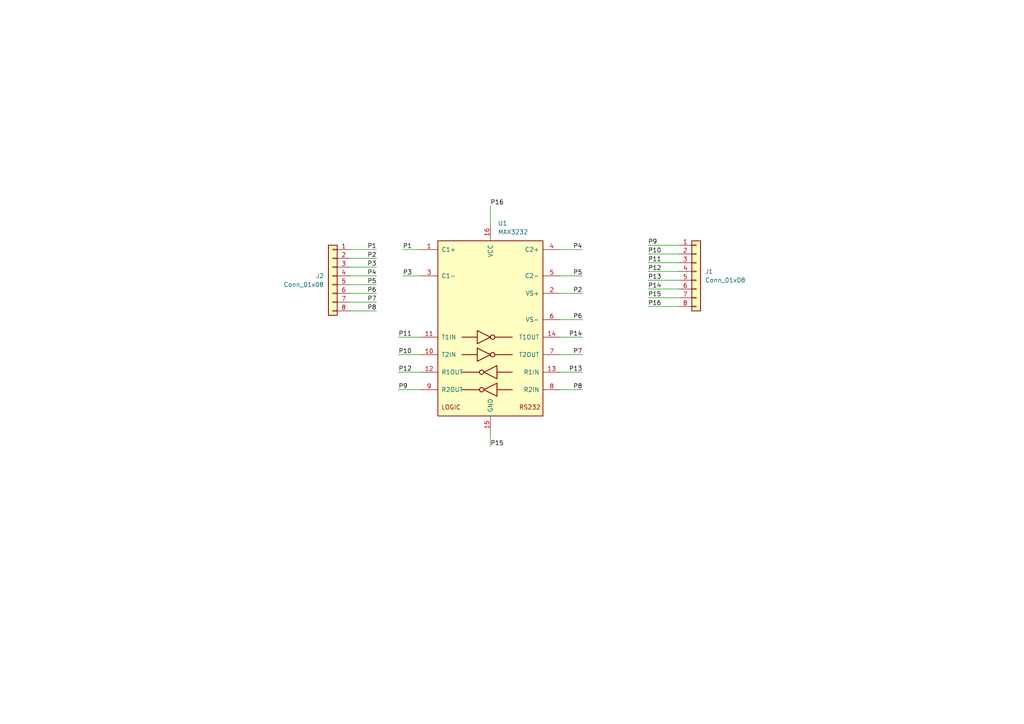
<source format=kicad_sch>
(kicad_sch
	(version 20250114)
	(generator "eeschema")
	(generator_version "9.0")
	(uuid "80af7f1f-81d4-4a2a-b52d-f431baa43b85")
	(paper "A4")
	(lib_symbols
		(symbol "Connector_Generic:Conn_01x08"
			(pin_names
				(offset 1.016)
				(hide yes)
			)
			(exclude_from_sim no)
			(in_bom yes)
			(on_board yes)
			(property "Reference" "J"
				(at 0 10.16 0)
				(effects
					(font
						(size 1.27 1.27)
					)
				)
			)
			(property "Value" "Conn_01x08"
				(at 0 -12.7 0)
				(effects
					(font
						(size 1.27 1.27)
					)
				)
			)
			(property "Footprint" ""
				(at 0 0 0)
				(effects
					(font
						(size 1.27 1.27)
					)
					(hide yes)
				)
			)
			(property "Datasheet" "~"
				(at 0 0 0)
				(effects
					(font
						(size 1.27 1.27)
					)
					(hide yes)
				)
			)
			(property "Description" "Generic connector, single row, 01x08, script generated (kicad-library-utils/schlib/autogen/connector/)"
				(at 0 0 0)
				(effects
					(font
						(size 1.27 1.27)
					)
					(hide yes)
				)
			)
			(property "ki_keywords" "connector"
				(at 0 0 0)
				(effects
					(font
						(size 1.27 1.27)
					)
					(hide yes)
				)
			)
			(property "ki_fp_filters" "Connector*:*_1x??_*"
				(at 0 0 0)
				(effects
					(font
						(size 1.27 1.27)
					)
					(hide yes)
				)
			)
			(symbol "Conn_01x08_1_1"
				(rectangle
					(start -1.27 8.89)
					(end 1.27 -11.43)
					(stroke
						(width 0.254)
						(type default)
					)
					(fill
						(type background)
					)
				)
				(rectangle
					(start -1.27 7.747)
					(end 0 7.493)
					(stroke
						(width 0.1524)
						(type default)
					)
					(fill
						(type none)
					)
				)
				(rectangle
					(start -1.27 5.207)
					(end 0 4.953)
					(stroke
						(width 0.1524)
						(type default)
					)
					(fill
						(type none)
					)
				)
				(rectangle
					(start -1.27 2.667)
					(end 0 2.413)
					(stroke
						(width 0.1524)
						(type default)
					)
					(fill
						(type none)
					)
				)
				(rectangle
					(start -1.27 0.127)
					(end 0 -0.127)
					(stroke
						(width 0.1524)
						(type default)
					)
					(fill
						(type none)
					)
				)
				(rectangle
					(start -1.27 -2.413)
					(end 0 -2.667)
					(stroke
						(width 0.1524)
						(type default)
					)
					(fill
						(type none)
					)
				)
				(rectangle
					(start -1.27 -4.953)
					(end 0 -5.207)
					(stroke
						(width 0.1524)
						(type default)
					)
					(fill
						(type none)
					)
				)
				(rectangle
					(start -1.27 -7.493)
					(end 0 -7.747)
					(stroke
						(width 0.1524)
						(type default)
					)
					(fill
						(type none)
					)
				)
				(rectangle
					(start -1.27 -10.033)
					(end 0 -10.287)
					(stroke
						(width 0.1524)
						(type default)
					)
					(fill
						(type none)
					)
				)
				(pin passive line
					(at -5.08 7.62 0)
					(length 3.81)
					(name "Pin_1"
						(effects
							(font
								(size 1.27 1.27)
							)
						)
					)
					(number "1"
						(effects
							(font
								(size 1.27 1.27)
							)
						)
					)
				)
				(pin passive line
					(at -5.08 5.08 0)
					(length 3.81)
					(name "Pin_2"
						(effects
							(font
								(size 1.27 1.27)
							)
						)
					)
					(number "2"
						(effects
							(font
								(size 1.27 1.27)
							)
						)
					)
				)
				(pin passive line
					(at -5.08 2.54 0)
					(length 3.81)
					(name "Pin_3"
						(effects
							(font
								(size 1.27 1.27)
							)
						)
					)
					(number "3"
						(effects
							(font
								(size 1.27 1.27)
							)
						)
					)
				)
				(pin passive line
					(at -5.08 0 0)
					(length 3.81)
					(name "Pin_4"
						(effects
							(font
								(size 1.27 1.27)
							)
						)
					)
					(number "4"
						(effects
							(font
								(size 1.27 1.27)
							)
						)
					)
				)
				(pin passive line
					(at -5.08 -2.54 0)
					(length 3.81)
					(name "Pin_5"
						(effects
							(font
								(size 1.27 1.27)
							)
						)
					)
					(number "5"
						(effects
							(font
								(size 1.27 1.27)
							)
						)
					)
				)
				(pin passive line
					(at -5.08 -5.08 0)
					(length 3.81)
					(name "Pin_6"
						(effects
							(font
								(size 1.27 1.27)
							)
						)
					)
					(number "6"
						(effects
							(font
								(size 1.27 1.27)
							)
						)
					)
				)
				(pin passive line
					(at -5.08 -7.62 0)
					(length 3.81)
					(name "Pin_7"
						(effects
							(font
								(size 1.27 1.27)
							)
						)
					)
					(number "7"
						(effects
							(font
								(size 1.27 1.27)
							)
						)
					)
				)
				(pin passive line
					(at -5.08 -10.16 0)
					(length 3.81)
					(name "Pin_8"
						(effects
							(font
								(size 1.27 1.27)
							)
						)
					)
					(number "8"
						(effects
							(font
								(size 1.27 1.27)
							)
						)
					)
				)
			)
			(embedded_fonts no)
		)
		(symbol "Interface_UART:MAX3232"
			(pin_names
				(offset 1.016)
			)
			(exclude_from_sim no)
			(in_bom yes)
			(on_board yes)
			(property "Reference" "U"
				(at -2.54 28.575 0)
				(effects
					(font
						(size 1.27 1.27)
					)
					(justify right)
				)
			)
			(property "Value" "MAX3232"
				(at -2.54 26.67 0)
				(effects
					(font
						(size 1.27 1.27)
					)
					(justify right)
				)
			)
			(property "Footprint" ""
				(at 1.27 -26.67 0)
				(effects
					(font
						(size 1.27 1.27)
					)
					(justify left)
					(hide yes)
				)
			)
			(property "Datasheet" "https://datasheets.maximintegrated.com/en/ds/MAX3222-MAX3241.pdf"
				(at 0 2.54 0)
				(effects
					(font
						(size 1.27 1.27)
					)
					(hide yes)
				)
			)
			(property "Description" "3.0V to 5.5V, Low-Power, up to 1Mbps, True RS-232 Transceivers Using Four 0.1μF External Capacitors"
				(at 0 0 0)
				(effects
					(font
						(size 1.27 1.27)
					)
					(hide yes)
				)
			)
			(property "ki_keywords" "rs232 uart transceiver line-driver"
				(at 0 0 0)
				(effects
					(font
						(size 1.27 1.27)
					)
					(hide yes)
				)
			)
			(property "ki_fp_filters" "SOIC*P1.27mm* DIP*W7.62mm* TSSOP*4.4x5mm*P0.65mm*"
				(at 0 0 0)
				(effects
					(font
						(size 1.27 1.27)
					)
					(hide yes)
				)
			)
			(symbol "MAX3232_0_0"
				(text "LOGIC"
					(at -11.43 -22.86 0)
					(effects
						(font
							(size 1.27 1.27)
						)
					)
				)
				(text "RS232"
					(at 11.43 -22.86 0)
					(effects
						(font
							(size 1.27 1.27)
						)
					)
				)
			)
			(symbol "MAX3232_0_1"
				(rectangle
					(start -15.24 -25.4)
					(end 15.24 25.4)
					(stroke
						(width 0.254)
						(type default)
					)
					(fill
						(type background)
					)
				)
				(polyline
					(pts
						(xy -3.81 -0.635) (xy -3.81 -4.445) (xy 0 -2.54) (xy -3.81 -0.635)
					)
					(stroke
						(width 0.254)
						(type default)
					)
					(fill
						(type none)
					)
				)
				(polyline
					(pts
						(xy -3.81 -2.54) (xy -8.255 -2.54)
					)
					(stroke
						(width 0.254)
						(type default)
					)
					(fill
						(type none)
					)
				)
				(polyline
					(pts
						(xy -3.81 -5.715) (xy -3.81 -9.525) (xy 0 -7.62) (xy -3.81 -5.715)
					)
					(stroke
						(width 0.254)
						(type default)
					)
					(fill
						(type none)
					)
				)
				(polyline
					(pts
						(xy -3.81 -7.62) (xy -8.255 -7.62)
					)
					(stroke
						(width 0.254)
						(type default)
					)
					(fill
						(type none)
					)
				)
				(polyline
					(pts
						(xy -3.175 -12.7) (xy -8.255 -12.7)
					)
					(stroke
						(width 0.254)
						(type default)
					)
					(fill
						(type none)
					)
				)
				(polyline
					(pts
						(xy -3.175 -17.78) (xy -8.255 -17.78)
					)
					(stroke
						(width 0.254)
						(type default)
					)
					(fill
						(type none)
					)
				)
				(circle
					(center -2.54 -12.7)
					(radius 0.635)
					(stroke
						(width 0.254)
						(type default)
					)
					(fill
						(type none)
					)
				)
				(circle
					(center -2.54 -17.78)
					(radius 0.635)
					(stroke
						(width 0.254)
						(type default)
					)
					(fill
						(type none)
					)
				)
				(circle
					(center 0.635 -2.54)
					(radius 0.635)
					(stroke
						(width 0.254)
						(type default)
					)
					(fill
						(type none)
					)
				)
				(circle
					(center 0.635 -7.62)
					(radius 0.635)
					(stroke
						(width 0.254)
						(type default)
					)
					(fill
						(type none)
					)
				)
				(polyline
					(pts
						(xy 1.27 -2.54) (xy 6.35 -2.54)
					)
					(stroke
						(width 0.254)
						(type default)
					)
					(fill
						(type none)
					)
				)
				(polyline
					(pts
						(xy 1.27 -7.62) (xy 6.35 -7.62)
					)
					(stroke
						(width 0.254)
						(type default)
					)
					(fill
						(type none)
					)
				)
				(polyline
					(pts
						(xy 1.905 -10.795) (xy 1.905 -14.605) (xy -1.905 -12.7) (xy 1.905 -10.795)
					)
					(stroke
						(width 0.254)
						(type default)
					)
					(fill
						(type none)
					)
				)
				(polyline
					(pts
						(xy 1.905 -12.7) (xy 6.35 -12.7)
					)
					(stroke
						(width 0.254)
						(type default)
					)
					(fill
						(type none)
					)
				)
				(polyline
					(pts
						(xy 1.905 -15.875) (xy 1.905 -19.685) (xy -1.905 -17.78) (xy 1.905 -15.875)
					)
					(stroke
						(width 0.254)
						(type default)
					)
					(fill
						(type none)
					)
				)
				(polyline
					(pts
						(xy 1.905 -17.78) (xy 6.35 -17.78)
					)
					(stroke
						(width 0.254)
						(type default)
					)
					(fill
						(type none)
					)
				)
			)
			(symbol "MAX3232_1_1"
				(pin passive line
					(at -20.32 22.86 0)
					(length 5.08)
					(name "C1+"
						(effects
							(font
								(size 1.27 1.27)
							)
						)
					)
					(number "1"
						(effects
							(font
								(size 1.27 1.27)
							)
						)
					)
				)
				(pin passive line
					(at -20.32 15.24 0)
					(length 5.08)
					(name "C1-"
						(effects
							(font
								(size 1.27 1.27)
							)
						)
					)
					(number "3"
						(effects
							(font
								(size 1.27 1.27)
							)
						)
					)
				)
				(pin input line
					(at -20.32 -2.54 0)
					(length 5.08)
					(name "T1IN"
						(effects
							(font
								(size 1.27 1.27)
							)
						)
					)
					(number "11"
						(effects
							(font
								(size 1.27 1.27)
							)
						)
					)
				)
				(pin input line
					(at -20.32 -7.62 0)
					(length 5.08)
					(name "T2IN"
						(effects
							(font
								(size 1.27 1.27)
							)
						)
					)
					(number "10"
						(effects
							(font
								(size 1.27 1.27)
							)
						)
					)
				)
				(pin output line
					(at -20.32 -12.7 0)
					(length 5.08)
					(name "R1OUT"
						(effects
							(font
								(size 1.27 1.27)
							)
						)
					)
					(number "12"
						(effects
							(font
								(size 1.27 1.27)
							)
						)
					)
				)
				(pin output line
					(at -20.32 -17.78 0)
					(length 5.08)
					(name "R2OUT"
						(effects
							(font
								(size 1.27 1.27)
							)
						)
					)
					(number "9"
						(effects
							(font
								(size 1.27 1.27)
							)
						)
					)
				)
				(pin power_in line
					(at 0 30.48 270)
					(length 5.08)
					(name "VCC"
						(effects
							(font
								(size 1.27 1.27)
							)
						)
					)
					(number "16"
						(effects
							(font
								(size 1.27 1.27)
							)
						)
					)
				)
				(pin power_in line
					(at 0 -30.48 90)
					(length 5.08)
					(name "GND"
						(effects
							(font
								(size 1.27 1.27)
							)
						)
					)
					(number "15"
						(effects
							(font
								(size 1.27 1.27)
							)
						)
					)
				)
				(pin passive line
					(at 20.32 22.86 180)
					(length 5.08)
					(name "C2+"
						(effects
							(font
								(size 1.27 1.27)
							)
						)
					)
					(number "4"
						(effects
							(font
								(size 1.27 1.27)
							)
						)
					)
				)
				(pin passive line
					(at 20.32 15.24 180)
					(length 5.08)
					(name "C2-"
						(effects
							(font
								(size 1.27 1.27)
							)
						)
					)
					(number "5"
						(effects
							(font
								(size 1.27 1.27)
							)
						)
					)
				)
				(pin power_out line
					(at 20.32 10.16 180)
					(length 5.08)
					(name "VS+"
						(effects
							(font
								(size 1.27 1.27)
							)
						)
					)
					(number "2"
						(effects
							(font
								(size 1.27 1.27)
							)
						)
					)
				)
				(pin power_out line
					(at 20.32 2.54 180)
					(length 5.08)
					(name "VS-"
						(effects
							(font
								(size 1.27 1.27)
							)
						)
					)
					(number "6"
						(effects
							(font
								(size 1.27 1.27)
							)
						)
					)
				)
				(pin output line
					(at 20.32 -2.54 180)
					(length 5.08)
					(name "T1OUT"
						(effects
							(font
								(size 1.27 1.27)
							)
						)
					)
					(number "14"
						(effects
							(font
								(size 1.27 1.27)
							)
						)
					)
				)
				(pin output line
					(at 20.32 -7.62 180)
					(length 5.08)
					(name "T2OUT"
						(effects
							(font
								(size 1.27 1.27)
							)
						)
					)
					(number "7"
						(effects
							(font
								(size 1.27 1.27)
							)
						)
					)
				)
				(pin input line
					(at 20.32 -12.7 180)
					(length 5.08)
					(name "R1IN"
						(effects
							(font
								(size 1.27 1.27)
							)
						)
					)
					(number "13"
						(effects
							(font
								(size 1.27 1.27)
							)
						)
					)
				)
				(pin input line
					(at 20.32 -17.78 180)
					(length 5.08)
					(name "R2IN"
						(effects
							(font
								(size 1.27 1.27)
							)
						)
					)
					(number "8"
						(effects
							(font
								(size 1.27 1.27)
							)
						)
					)
				)
			)
			(embedded_fonts no)
		)
	)
	(wire
		(pts
			(xy 115.57 97.79) (xy 121.92 97.79)
		)
		(stroke
			(width 0)
			(type default)
		)
		(uuid "03d7ace8-30ed-4176-82d9-a5cf9a527647")
	)
	(wire
		(pts
			(xy 187.96 71.12) (xy 196.85 71.12)
		)
		(stroke
			(width 0)
			(type default)
		)
		(uuid "05c9cf5c-38d8-4d87-b897-0e591a68ea10")
	)
	(wire
		(pts
			(xy 101.6 87.63) (xy 109.22 87.63)
		)
		(stroke
			(width 0)
			(type default)
		)
		(uuid "08337a8b-97a6-4576-9e7d-53e5bf4ead70")
	)
	(wire
		(pts
			(xy 162.56 85.09) (xy 168.91 85.09)
		)
		(stroke
			(width 0)
			(type default)
		)
		(uuid "1674300d-3273-44aa-8a28-61b54c7c8641")
	)
	(wire
		(pts
			(xy 116.84 80.01) (xy 121.92 80.01)
		)
		(stroke
			(width 0)
			(type default)
		)
		(uuid "26340489-2634-472f-8b6b-4dabc50b2c05")
	)
	(wire
		(pts
			(xy 101.6 80.01) (xy 109.22 80.01)
		)
		(stroke
			(width 0)
			(type default)
		)
		(uuid "2a34127a-4f46-435d-a735-24057ce3323f")
	)
	(wire
		(pts
			(xy 162.56 107.95) (xy 168.91 107.95)
		)
		(stroke
			(width 0)
			(type default)
		)
		(uuid "2b880e97-7b9c-42b5-ac75-a6e9211e1f2d")
	)
	(wire
		(pts
			(xy 187.96 78.74) (xy 196.85 78.74)
		)
		(stroke
			(width 0)
			(type default)
		)
		(uuid "4cedc523-5635-4901-916a-5444fda163cd")
	)
	(wire
		(pts
			(xy 162.56 102.87) (xy 168.91 102.87)
		)
		(stroke
			(width 0)
			(type default)
		)
		(uuid "65763eac-4408-4ea7-aa41-d10a0575de3a")
	)
	(wire
		(pts
			(xy 187.96 88.9) (xy 196.85 88.9)
		)
		(stroke
			(width 0)
			(type default)
		)
		(uuid "6c92483c-103d-4f49-ab42-f5f1f2b6896d")
	)
	(wire
		(pts
			(xy 142.24 125.73) (xy 142.24 129.54)
		)
		(stroke
			(width 0)
			(type default)
		)
		(uuid "72c7bc82-0d97-4a02-a5ec-0dd576243c5e")
	)
	(wire
		(pts
			(xy 162.56 92.71) (xy 168.91 92.71)
		)
		(stroke
			(width 0)
			(type default)
		)
		(uuid "76f3db8c-328d-4c05-8689-5961633f2653")
	)
	(wire
		(pts
			(xy 162.56 72.39) (xy 168.91 72.39)
		)
		(stroke
			(width 0)
			(type default)
		)
		(uuid "7c06e435-8051-46fd-b1f9-a3c4dc7da0bd")
	)
	(wire
		(pts
			(xy 142.24 59.69) (xy 142.24 64.77)
		)
		(stroke
			(width 0)
			(type default)
		)
		(uuid "7c33ea3d-71dd-4cd5-ac08-aa09a41c97bf")
	)
	(wire
		(pts
			(xy 101.6 85.09) (xy 109.22 85.09)
		)
		(stroke
			(width 0)
			(type default)
		)
		(uuid "7ca9c8a6-0845-4085-9d15-aeda28bedafb")
	)
	(wire
		(pts
			(xy 115.57 107.95) (xy 121.92 107.95)
		)
		(stroke
			(width 0)
			(type default)
		)
		(uuid "88a4b338-2938-4c37-b45c-ede02d35cb89")
	)
	(wire
		(pts
			(xy 187.96 73.66) (xy 196.85 73.66)
		)
		(stroke
			(width 0)
			(type default)
		)
		(uuid "9e89367f-7680-4666-b18f-174954ff8389")
	)
	(wire
		(pts
			(xy 101.6 77.47) (xy 109.22 77.47)
		)
		(stroke
			(width 0)
			(type default)
		)
		(uuid "9efecc5c-55d8-4e3a-931b-2f9adf9405df")
	)
	(wire
		(pts
			(xy 115.57 113.03) (xy 121.92 113.03)
		)
		(stroke
			(width 0)
			(type default)
		)
		(uuid "9f4705f3-4432-41e4-a04f-d99af4df6eaa")
	)
	(wire
		(pts
			(xy 101.6 72.39) (xy 109.22 72.39)
		)
		(stroke
			(width 0)
			(type default)
		)
		(uuid "a0a07ffe-ceed-498f-b667-d413ff5c8f22")
	)
	(wire
		(pts
			(xy 101.6 90.17) (xy 109.22 90.17)
		)
		(stroke
			(width 0)
			(type default)
		)
		(uuid "bfeede0d-02ae-45a1-91ed-031e10d49aab")
	)
	(wire
		(pts
			(xy 187.96 86.36) (xy 196.85 86.36)
		)
		(stroke
			(width 0)
			(type default)
		)
		(uuid "c9282c9d-90cb-4ddd-9e11-22cbeabc6074")
	)
	(wire
		(pts
			(xy 101.6 74.93) (xy 109.22 74.93)
		)
		(stroke
			(width 0)
			(type default)
		)
		(uuid "cc45f159-9242-4f8a-9095-af72285f8fb9")
	)
	(wire
		(pts
			(xy 187.96 83.82) (xy 196.85 83.82)
		)
		(stroke
			(width 0)
			(type default)
		)
		(uuid "cdebac80-21d1-457e-bed0-8b6dcdb1ca00")
	)
	(wire
		(pts
			(xy 101.6 82.55) (xy 109.22 82.55)
		)
		(stroke
			(width 0)
			(type default)
		)
		(uuid "d2cde87a-14c8-45e4-b8d7-b083f9b089cd")
	)
	(wire
		(pts
			(xy 187.96 81.28) (xy 196.85 81.28)
		)
		(stroke
			(width 0)
			(type default)
		)
		(uuid "d6360119-b1d5-4b60-aaa0-24b48d26f3db")
	)
	(wire
		(pts
			(xy 115.57 102.87) (xy 121.92 102.87)
		)
		(stroke
			(width 0)
			(type default)
		)
		(uuid "d82d41af-49f7-4dfe-a0b1-9a247cb01504")
	)
	(wire
		(pts
			(xy 162.56 80.01) (xy 168.91 80.01)
		)
		(stroke
			(width 0)
			(type default)
		)
		(uuid "d8bd71ba-4d66-4ecb-921a-e497612ab618")
	)
	(wire
		(pts
			(xy 116.84 72.39) (xy 121.92 72.39)
		)
		(stroke
			(width 0)
			(type default)
		)
		(uuid "e0734daf-0ae9-4fb4-8900-9fdd27dca235")
	)
	(wire
		(pts
			(xy 162.56 97.79) (xy 168.91 97.79)
		)
		(stroke
			(width 0)
			(type default)
		)
		(uuid "efce76af-5d43-4c3b-b7af-055e9ff028c7")
	)
	(wire
		(pts
			(xy 187.96 76.2) (xy 196.85 76.2)
		)
		(stroke
			(width 0)
			(type default)
		)
		(uuid "f73a60ec-f2e1-4617-af82-d00041cf62ca")
	)
	(wire
		(pts
			(xy 162.56 113.03) (xy 168.91 113.03)
		)
		(stroke
			(width 0)
			(type default)
		)
		(uuid "fadba364-5506-4037-9f8b-d3407b1ff867")
	)
	(label "P7"
		(at 109.22 87.63 180)
		(effects
			(font
				(size 1.27 1.27)
			)
			(justify right bottom)
		)
		(uuid "07f7163e-a563-4f19-a5c8-3584dfaa1a3e")
	)
	(label "P16"
		(at 187.96 88.9 0)
		(effects
			(font
				(size 1.27 1.27)
			)
			(justify left bottom)
		)
		(uuid "0c8655f1-a2cd-41f6-a077-c13b1dffa85d")
	)
	(label "P8"
		(at 168.91 113.03 180)
		(effects
			(font
				(size 1.27 1.27)
			)
			(justify right bottom)
		)
		(uuid "139c5d84-25f6-4067-87a1-0ed833b4b7a0")
	)
	(label "P2"
		(at 109.22 74.93 180)
		(effects
			(font
				(size 1.27 1.27)
			)
			(justify right bottom)
		)
		(uuid "2da239cf-a180-4a8a-a552-f622e8a533c0")
	)
	(label "P15"
		(at 142.24 129.54 0)
		(effects
			(font
				(size 1.27 1.27)
			)
			(justify left bottom)
		)
		(uuid "2f99a297-9de5-4666-8fc8-bf19b25bd1b4")
	)
	(label "P10"
		(at 115.57 102.87 0)
		(effects
			(font
				(size 1.27 1.27)
			)
			(justify left bottom)
		)
		(uuid "4dbab35e-c48d-4dbe-bf86-4fea20a2d115")
	)
	(label "P8"
		(at 109.22 90.17 180)
		(effects
			(font
				(size 1.27 1.27)
			)
			(justify right bottom)
		)
		(uuid "4dbdab8d-bd5e-408c-b8cc-9c516217f8db")
	)
	(label "P1"
		(at 109.22 72.39 180)
		(effects
			(font
				(size 1.27 1.27)
			)
			(justify right bottom)
		)
		(uuid "61c0af65-87ce-4ec8-8639-6125f87d2f28")
	)
	(label "P4"
		(at 168.91 72.39 180)
		(effects
			(font
				(size 1.27 1.27)
			)
			(justify right bottom)
		)
		(uuid "61e6b46f-fd89-43bd-bb24-9e9f719ed318")
	)
	(label "P13"
		(at 187.96 81.28 0)
		(effects
			(font
				(size 1.27 1.27)
			)
			(justify left bottom)
		)
		(uuid "64f9a489-6dd2-4ad8-9e86-d67e5fac8fb8")
	)
	(label "P16"
		(at 142.24 59.69 0)
		(effects
			(font
				(size 1.27 1.27)
			)
			(justify left bottom)
		)
		(uuid "70f203a1-ca3e-4fc0-80ba-bcae824a36d1")
	)
	(label "P7"
		(at 168.91 102.87 180)
		(effects
			(font
				(size 1.27 1.27)
			)
			(justify right bottom)
		)
		(uuid "72a7d286-7f77-4c43-adf2-6def18db25b9")
	)
	(label "P12"
		(at 115.57 107.95 0)
		(effects
			(font
				(size 1.27 1.27)
			)
			(justify left bottom)
		)
		(uuid "76ff203e-4fbd-4317-86d3-23f5c798720f")
	)
	(label "P4"
		(at 109.22 80.01 180)
		(effects
			(font
				(size 1.27 1.27)
			)
			(justify right bottom)
		)
		(uuid "7e6e09c4-9a16-439d-a901-4ee91157a2c4")
	)
	(label "P1"
		(at 116.84 72.39 0)
		(effects
			(font
				(size 1.27 1.27)
			)
			(justify left bottom)
		)
		(uuid "818a728a-5350-4791-839b-fc497d393dac")
	)
	(label "P14"
		(at 168.91 97.79 180)
		(effects
			(font
				(size 1.27 1.27)
			)
			(justify right bottom)
		)
		(uuid "8f8e521a-316b-460f-b7cd-42f0ca3e737c")
	)
	(label "P9"
		(at 187.96 71.12 0)
		(effects
			(font
				(size 1.27 1.27)
			)
			(justify left bottom)
		)
		(uuid "a181f446-5469-4706-bf0d-3908f2fc5b22")
	)
	(label "P2"
		(at 168.91 85.09 180)
		(effects
			(font
				(size 1.27 1.27)
			)
			(justify right bottom)
		)
		(uuid "abffeb72-d138-45fa-a5b4-021a2ed851ed")
	)
	(label "P15"
		(at 187.96 86.36 0)
		(effects
			(font
				(size 1.27 1.27)
			)
			(justify left bottom)
		)
		(uuid "ad841648-3714-4d53-8547-011db56bce6b")
	)
	(label "P3"
		(at 109.22 77.47 180)
		(effects
			(font
				(size 1.27 1.27)
			)
			(justify right bottom)
		)
		(uuid "b125588c-6591-494d-9611-a707e0386fb3")
	)
	(label "P6"
		(at 168.91 92.71 180)
		(effects
			(font
				(size 1.27 1.27)
			)
			(justify right bottom)
		)
		(uuid "b4383ed3-e8c5-4aff-ae01-00a7bc18c3ae")
	)
	(label "P5"
		(at 168.91 80.01 180)
		(effects
			(font
				(size 1.27 1.27)
			)
			(justify right bottom)
		)
		(uuid "bb2b5c40-4fe2-4013-a9f5-ad38a89dcd64")
	)
	(label "P14"
		(at 187.96 83.82 0)
		(effects
			(font
				(size 1.27 1.27)
			)
			(justify left bottom)
		)
		(uuid "bdde8294-7a45-41b3-ab90-1c8f2a5c35a5")
	)
	(label "P9"
		(at 115.57 113.03 0)
		(effects
			(font
				(size 1.27 1.27)
			)
			(justify left bottom)
		)
		(uuid "bf9e7ef3-4fa9-405e-b22b-f2c9589fd1c6")
	)
	(label "P3"
		(at 116.84 80.01 0)
		(effects
			(font
				(size 1.27 1.27)
			)
			(justify left bottom)
		)
		(uuid "bfa0caf0-ffa5-459f-978b-68592988e08f")
	)
	(label "P10"
		(at 187.96 73.66 0)
		(effects
			(font
				(size 1.27 1.27)
			)
			(justify left bottom)
		)
		(uuid "c524fa1f-c701-4fa8-861e-f04841e71cc9")
	)
	(label "P6"
		(at 109.22 85.09 180)
		(effects
			(font
				(size 1.27 1.27)
			)
			(justify right bottom)
		)
		(uuid "ca010556-1124-4480-ab92-4f0452967608")
	)
	(label "P11"
		(at 187.96 76.2 0)
		(effects
			(font
				(size 1.27 1.27)
			)
			(justify left bottom)
		)
		(uuid "d0391da6-0c2d-430b-ab39-20d89d27dbe6")
	)
	(label "P12"
		(at 187.96 78.74 0)
		(effects
			(font
				(size 1.27 1.27)
			)
			(justify left bottom)
		)
		(uuid "dad91a85-6905-43a3-8322-dd4c2d7cee83")
	)
	(label "P11"
		(at 115.57 97.79 0)
		(effects
			(font
				(size 1.27 1.27)
			)
			(justify left bottom)
		)
		(uuid "eabf350e-2c1e-4eb9-9072-69abe1353d0f")
	)
	(label "P5"
		(at 109.22 82.55 180)
		(effects
			(font
				(size 1.27 1.27)
			)
			(justify right bottom)
		)
		(uuid "f85ea3af-9c3c-485a-988b-455e45023110")
	)
	(label "P13"
		(at 168.91 107.95 180)
		(effects
			(font
				(size 1.27 1.27)
			)
			(justify right bottom)
		)
		(uuid "ff24ac18-2f00-4fac-bc85-727cebe61354")
	)
	(symbol
		(lib_id "Connector_Generic:Conn_01x08")
		(at 96.52 80.01 0)
		(mirror y)
		(unit 1)
		(exclude_from_sim no)
		(in_bom yes)
		(on_board yes)
		(dnp no)
		(uuid "334ea070-a5cb-451e-9ba7-e90ceedf5dc3")
		(property "Reference" "J2"
			(at 93.98 80.0099 0)
			(effects
				(font
					(size 1.27 1.27)
				)
				(justify left)
			)
		)
		(property "Value" "Conn_01x08"
			(at 93.98 82.5499 0)
			(effects
				(font
					(size 1.27 1.27)
				)
				(justify left)
			)
		)
		(property "Footprint" "Connector_PinHeader_2.54mm:PinHeader_1x08_P2.54mm_Vertical"
			(at 96.52 80.01 0)
			(effects
				(font
					(size 1.27 1.27)
				)
				(hide yes)
			)
		)
		(property "Datasheet" "~"
			(at 96.52 80.01 0)
			(effects
				(font
					(size 1.27 1.27)
				)
				(hide yes)
			)
		)
		(property "Description" "Generic connector, single row, 01x08, script generated (kicad-library-utils/schlib/autogen/connector/)"
			(at 96.52 80.01 0)
			(effects
				(font
					(size 1.27 1.27)
				)
				(hide yes)
			)
		)
		(pin "5"
			(uuid "8bef0734-e713-418c-9448-446c416f8435")
		)
		(pin "6"
			(uuid "24df284e-39e9-4a85-80be-5e89da2faa36")
		)
		(pin "7"
			(uuid "23605412-508c-4cb7-af8f-604b2626810f")
		)
		(pin "8"
			(uuid "8e48db0d-1188-4be5-82dd-6659d1504392")
		)
		(pin "2"
			(uuid "a18224d7-594b-4838-a77a-aa42c5d57f38")
		)
		(pin "1"
			(uuid "03c19fab-e3c1-448d-b465-130d7b76c96c")
		)
		(pin "4"
			(uuid "e7428189-449b-4c76-88c9-00a77742b6e1")
		)
		(pin "3"
			(uuid "5fdcf892-3a13-46bd-9d50-cdbca1c76f50")
		)
		(instances
			(project ""
				(path "/80af7f1f-81d4-4a2a-b52d-f431baa43b85"
					(reference "J2")
					(unit 1)
				)
			)
		)
	)
	(symbol
		(lib_id "Interface_UART:MAX3232")
		(at 142.24 95.25 0)
		(unit 1)
		(exclude_from_sim no)
		(in_bom yes)
		(on_board yes)
		(dnp no)
		(fields_autoplaced yes)
		(uuid "f434c215-bf15-444f-9454-a0f8a7e90874")
		(property "Reference" "U1"
			(at 144.3833 64.77 0)
			(effects
				(font
					(size 1.27 1.27)
				)
				(justify left)
			)
		)
		(property "Value" "MAX3232"
			(at 144.3833 67.31 0)
			(effects
				(font
					(size 1.27 1.27)
				)
				(justify left)
			)
		)
		(property "Footprint" "Package_SO:SOIC-16_3.9x9.9mm_P1.27mm"
			(at 143.51 121.92 0)
			(effects
				(font
					(size 1.27 1.27)
				)
				(justify left)
				(hide yes)
			)
		)
		(property "Datasheet" "https://datasheets.maximintegrated.com/en/ds/MAX3222-MAX3241.pdf"
			(at 142.24 92.71 0)
			(effects
				(font
					(size 1.27 1.27)
				)
				(hide yes)
			)
		)
		(property "Description" "3.0V to 5.5V, Low-Power, up to 1Mbps, True RS-232 Transceivers Using Four 0.1μF External Capacitors"
			(at 142.24 95.25 0)
			(effects
				(font
					(size 1.27 1.27)
				)
				(hide yes)
			)
		)
		(pin "11"
			(uuid "56d7a0d7-b542-4b00-9dab-e44147cc4e45")
		)
		(pin "3"
			(uuid "e75281e0-d787-4946-93ef-6cd9f88fb585")
		)
		(pin "8"
			(uuid "1358c19c-8168-4f87-90b1-5ecda1435182")
		)
		(pin "12"
			(uuid "d4be6a58-efed-49a6-98ff-d484a9e14977")
		)
		(pin "13"
			(uuid "96bd3177-7abc-4b68-a6f8-95f144290082")
		)
		(pin "9"
			(uuid "d70015f8-f037-4bbc-a12a-228afba98712")
		)
		(pin "14"
			(uuid "27a32c33-204b-472d-aac1-9f9b23fbba5a")
		)
		(pin "15"
			(uuid "0c03e448-8f98-4eee-8a13-d87e49900a4a")
		)
		(pin "7"
			(uuid "9eb20d58-17d3-48ca-90c2-093bba2ac255")
		)
		(pin "1"
			(uuid "51f947a8-512c-4461-8d3c-d8f60c76f88b")
		)
		(pin "16"
			(uuid "d5ed70c0-5fd9-434e-ae87-c7ba1a8a82fe")
		)
		(pin "10"
			(uuid "3c03844d-c150-4426-a32c-c68769fa2760")
		)
		(pin "5"
			(uuid "d57c8013-374e-4724-812a-d0dda71a9ed4")
		)
		(pin "4"
			(uuid "1c8a6d98-c3d3-4421-aacf-3e62b56ed4c3")
		)
		(pin "2"
			(uuid "999b08f8-0b51-40bf-aeda-a0d39701e998")
		)
		(pin "6"
			(uuid "ad6dfe77-2699-4a76-beb5-11e9c0a20606")
		)
		(instances
			(project ""
				(path "/80af7f1f-81d4-4a2a-b52d-f431baa43b85"
					(reference "U1")
					(unit 1)
				)
			)
		)
	)
	(symbol
		(lib_id "Connector_Generic:Conn_01x08")
		(at 201.93 78.74 0)
		(unit 1)
		(exclude_from_sim no)
		(in_bom yes)
		(on_board yes)
		(dnp no)
		(fields_autoplaced yes)
		(uuid "fd05729f-583f-422c-a77b-3a7f4ed22970")
		(property "Reference" "J1"
			(at 204.47 78.7399 0)
			(effects
				(font
					(size 1.27 1.27)
				)
				(justify left)
			)
		)
		(property "Value" "Conn_01x08"
			(at 204.47 81.2799 0)
			(effects
				(font
					(size 1.27 1.27)
				)
				(justify left)
			)
		)
		(property "Footprint" "Connector_PinHeader_2.54mm:PinHeader_1x08_P2.54mm_Vertical"
			(at 201.93 78.74 0)
			(effects
				(font
					(size 1.27 1.27)
				)
				(hide yes)
			)
		)
		(property "Datasheet" "~"
			(at 201.93 78.74 0)
			(effects
				(font
					(size 1.27 1.27)
				)
				(hide yes)
			)
		)
		(property "Description" "Generic connector, single row, 01x08, script generated (kicad-library-utils/schlib/autogen/connector/)"
			(at 201.93 78.74 0)
			(effects
				(font
					(size 1.27 1.27)
				)
				(hide yes)
			)
		)
		(pin "5"
			(uuid "8bef0734-e713-418c-9448-446c416f8435")
		)
		(pin "6"
			(uuid "24df284e-39e9-4a85-80be-5e89da2faa36")
		)
		(pin "7"
			(uuid "23605412-508c-4cb7-af8f-604b2626810f")
		)
		(pin "8"
			(uuid "8e48db0d-1188-4be5-82dd-6659d1504392")
		)
		(pin "2"
			(uuid "a18224d7-594b-4838-a77a-aa42c5d57f38")
		)
		(pin "1"
			(uuid "03c19fab-e3c1-448d-b465-130d7b76c96c")
		)
		(pin "4"
			(uuid "e7428189-449b-4c76-88c9-00a77742b6e1")
		)
		(pin "3"
			(uuid "5fdcf892-3a13-46bd-9d50-cdbca1c76f50")
		)
		(instances
			(project ""
				(path "/80af7f1f-81d4-4a2a-b52d-f431baa43b85"
					(reference "J1")
					(unit 1)
				)
			)
		)
	)
	(sheet_instances
		(path "/"
			(page "1")
		)
	)
	(embedded_fonts no)
)

</source>
